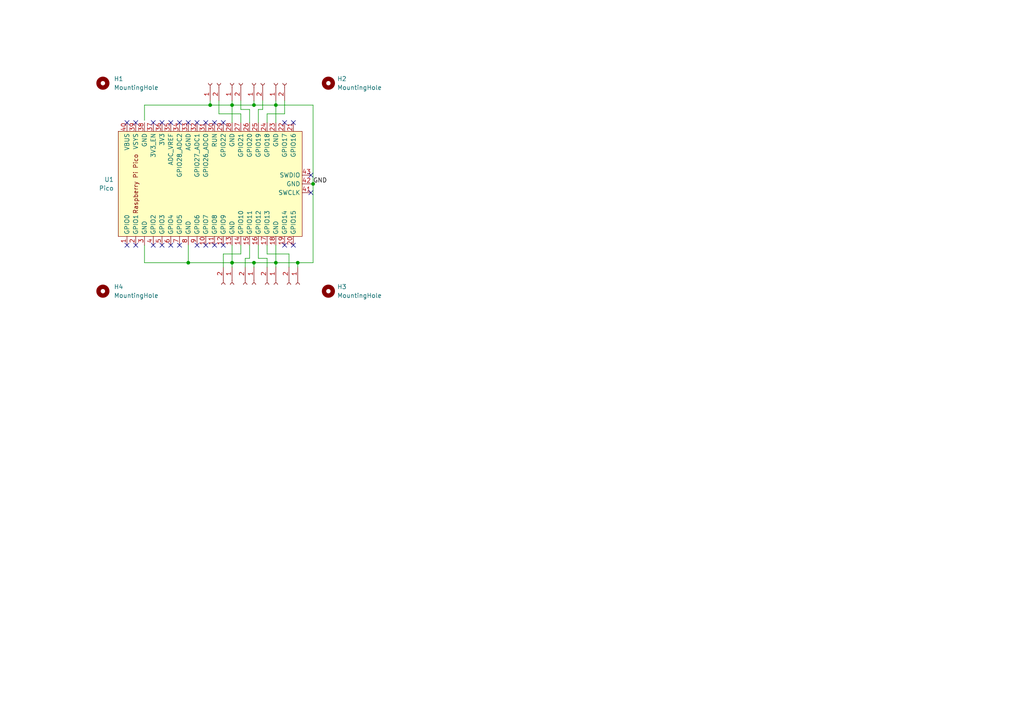
<source format=kicad_sch>
(kicad_sch (version 20230121) (generator eeschema)
  (paper "A4")
  (lib_symbols
    (symbol "Connector:Conn_01x02_Socket" (pin_names (offset 1.016) hide)
      (property "Reference" "J" (at 0 2.54 0))
      (property "Value" "Conn_01x02_Socket" (at 0 -5.08 0))
      (symbol "Conn_01x02_Socket_1_1"
        (arc (start 0 -2.032) (mid -0.5058 -2.54) (end 0 -3.048) (stroke (width 0.1524)))
        (polyline (pts (xy -1.27 -2.54) (xy -0.508 -2.54)) (stroke (width 0.1524)))
        (polyline (pts (xy -1.27 0) (xy -0.508 0)) (stroke (width 0.1524)))
        (arc (start 0 0.508) (mid -0.5058 0) (end 0 -0.508) (stroke (width 0.1524)))
        (pin passive line (at -5.08 0 0) (length 3.81) (name "Pin_1") (number "1"))
        (pin passive line (at -5.08 -2.54 0) (length 3.81) (name "Pin_2") (number "2"))
      )
    )
    (symbol "MCU_RaspberryPi_and_Boards:Pico"
      (property "Reference" "U" (at -13.97 27.94 0))
      (property "Value" "Pico" (at 0 19.05 0))
      (symbol "Pico_0_0"
        (text "Raspberry Pi Pico" (at 0 21.59 0) (effects (font (size 1.27 1.27))))
      )
      (symbol "Pico_0_1"
        (rectangle (start -15.24 26.67) (end 15.24 -26.67) (fill (type background)))
      )
      (symbol "Pico_1_1"
        (pin bidirectional line (at -17.78 24.13 0) (length 2.54) (name "GPIO0") (number "1"))
        (pin bidirectional line (at -17.78 1.27 0) (length 2.54) (name "GPIO7") (number "10"))
        (pin bidirectional line (at -17.78 -1.27 0) (length 2.54) (name "GPIO8") (number "11"))
        (pin bidirectional line (at -17.78 -3.81 0) (length 2.54) (name "GPIO9") (number "12"))
        (pin power_in line (at -17.78 -6.35 0) (length 2.54) (name "GND") (number "13"))
        (pin bidirectional line (at -17.78 -8.89 0) (length 2.54) (name "GPIO10") (number "14"))
        (pin bidirectional line (at -17.78 -11.43 0) (length 2.54) (name "GPIO11") (number "15"))
        (pin bidirectional line (at -17.78 -13.97 0) (length 2.54) (name "GPIO12") (number "16"))
        (pin bidirectional line (at -17.78 -16.51 0) (length 2.54) (name "GPIO13") (number "17"))
        (pin power_in line (at -17.78 -19.05 0) (length 2.54) (name "GND") (number "18"))
        (pin bidirectional line (at -17.78 -21.59 0) (length 2.54) (name "GPIO14") (number "19"))
        (pin bidirectional line (at -17.78 21.59 0) (length 2.54) (name "GPIO1") (number "2"))
        (pin bidirectional line (at -17.78 -24.13 0) (length 2.54) (name "GPIO15") (number "20"))
        (pin bidirectional line (at 17.78 -24.13 180) (length 2.54) (name "GPIO16") (number "21"))
        (pin bidirectional line (at 17.78 -21.59 180) (length 2.54) (name "GPIO17") (number "22"))
        (pin power_in line (at 17.78 -19.05 180) (length 2.54) (name "GND") (number "23"))
        (pin bidirectional line (at 17.78 -16.51 180) (length 2.54) (name "GPIO18") (number "24"))
        (pin bidirectional line (at 17.78 -13.97 180) (length 2.54) (name "GPIO19") (number "25"))
        (pin bidirectional line (at 17.78 -11.43 180) (length 2.54) (name "GPIO20") (number "26"))
        (pin bidirectional line (at 17.78 -8.89 180) (length 2.54) (name "GPIO21") (number "27"))
        (pin power_in line (at 17.78 -6.35 180) (length 2.54) (name "GND") (number "28"))
        (pin bidirectional line (at 17.78 -3.81 180) (length 2.54) (name "GPIO22") (number "29"))
        (pin power_in line (at -17.78 19.05 0) (length 2.54) (name "GND") (number "3"))
        (pin input line (at 17.78 -1.27 180) (length 2.54) (name "RUN") (number "30"))
        (pin bidirectional line (at 17.78 1.27 180) (length 2.54) (name "GPIO26_ADC0") (number "31"))
        (pin bidirectional line (at 17.78 3.81 180) (length 2.54) (name "GPIO27_ADC1") (number "32"))
        (pin power_in line (at 17.78 6.35 180) (length 2.54) (name "AGND") (number "33"))
        (pin bidirectional line (at 17.78 8.89 180) (length 2.54) (name "GPIO28_ADC2") (number "34"))
        (pin power_in line (at 17.78 11.43 180) (length 2.54) (name "ADC_VREF") (number "35"))
        (pin power_in line (at 17.78 13.97 180) (length 2.54) (name "3V3") (number "36"))
        (pin input line (at 17.78 16.51 180) (length 2.54) (name "3V3_EN") (number "37"))
        (pin bidirectional line (at 17.78 19.05 180) (length 2.54) (name "GND") (number "38"))
        (pin power_in line (at 17.78 21.59 180) (length 2.54) (name "VSYS") (number "39"))
        (pin bidirectional line (at -17.78 16.51 0) (length 2.54) (name "GPIO2") (number "4"))
        (pin power_in line (at 17.78 24.13 180) (length 2.54) (name "VBUS") (number "40"))
        (pin input line (at -2.54 -29.21 90) (length 2.54) (name "SWCLK") (number "41"))
        (pin power_in line (at 0 -29.21 90) (length 2.54) (name "GND") (number "42"))
        (pin bidirectional line (at 2.54 -29.21 90) (length 2.54) (name "SWDIO") (number "43"))
        (pin bidirectional line (at -17.78 13.97 0) (length 2.54) (name "GPIO3") (number "5"))
        (pin bidirectional line (at -17.78 11.43 0) (length 2.54) (name "GPIO4") (number "6"))
        (pin bidirectional line (at -17.78 8.89 0) (length 2.54) (name "GPIO5") (number "7"))
        (pin power_in line (at -17.78 6.35 0) (length 2.54) (name "GND") (number "8"))
        (pin bidirectional line (at -17.78 3.81 0) (length 2.54) (name "GPIO6") (number "9"))
      )
    )
    (symbol "Mechanical:MountingHole" (pin_names (offset 1.016))
      (property "Reference" "H" (at 0 5.08 0))
      (property "Value" "MountingHole" (at 0 3.175 0))
      (symbol "MountingHole_0_1"
        (circle (center 0 0) (radius 1.27) (stroke (width 1.27)))
      )
    )
  )
  (junction (at 80.01 30.48))
  (junction (at 67.31 76.2))
  (junction (at 80.01 76.2))
  (junction (at 54.61 76.2))
  (junction (at 73.66 76.2))
  (junction (at 67.31 30.48))
  (junction (at 60.96 30.48))
  (junction (at 73.66 30.48))
  (junction (at 86.36 76.2))
  (junction (at 90.805 53.34))
  (no_connect (at 90.17 50.8))
  (no_connect (at 39.37 71.12))
  (no_connect (at 52.07 71.12))
  (no_connect (at 57.15 71.12))
  (no_connect (at 57.15 35.56))
  (no_connect (at 62.23 35.56))
  (no_connect (at 59.69 35.56))
  (no_connect (at 54.61 35.56))
  (no_connect (at 49.53 71.12))
  (no_connect (at 39.37 35.56))
  (no_connect (at 82.55 71.12))
  (no_connect (at 85.09 71.12))
  (no_connect (at 82.55 35.56))
  (no_connect (at 85.09 35.56))
  (no_connect (at 46.99 71.12))
  (no_connect (at 64.77 71.12))
  (no_connect (at 49.53 35.56))
  (no_connect (at 44.45 71.12))
  (no_connect (at 44.45 35.56))
  (no_connect (at 62.23 71.12))
  (no_connect (at 59.69 71.12))
  (no_connect (at 52.07 35.56))
  (no_connect (at 64.77 35.56))
  (no_connect (at 36.83 35.56))
  (no_connect (at 90.17 55.88))
  (no_connect (at 46.99 35.56))
  (no_connect (at 36.83 71.12))
  (wire (pts (xy 67.31 30.48) (xy 60.96 30.48)))
  (wire (pts (xy 80.01 76.2) (xy 86.36 76.2)))
  (wire (pts (xy 73.66 76.2) (xy 73.66 77.47)))
  (wire (pts (xy 41.91 76.2) (xy 54.61 76.2)))
  (wire (pts (xy 72.39 31.75) (xy 72.39 35.56)))
  (wire (pts (xy 90.805 30.48) (xy 90.805 53.34)))
  (wire (pts (xy 71.12 74.93) (xy 72.39 74.93)))
  (wire (pts (xy 69.85 33.02) (xy 63.5 33.02)))
  (wire (pts (xy 67.31 76.2) (xy 54.61 76.2)))
  (wire (pts (xy 54.61 71.12) (xy 54.61 76.2)))
  (wire (pts (xy 60.96 30.48) (xy 60.96 29.21)))
  (wire (pts (xy 69.85 31.75) (xy 72.39 31.75)))
  (wire (pts (xy 69.85 35.56) (xy 69.85 33.02)))
  (wire (pts (xy 67.31 76.2) (xy 73.66 76.2)))
  (wire (pts (xy 76.2 31.75) (xy 74.93 31.75)))
  (wire (pts (xy 41.91 30.48) (xy 60.96 30.48)))
  (wire (pts (xy 73.66 76.2) (xy 80.01 76.2)))
  (wire (pts (xy 64.77 73.66) (xy 64.77 77.47)))
  (wire (pts (xy 67.31 77.47) (xy 67.31 76.2)))
  (wire (pts (xy 77.47 71.12) (xy 77.47 73.66)))
  (wire (pts (xy 80.01 29.21) (xy 80.01 30.48)))
  (wire (pts (xy 83.82 73.66) (xy 83.82 77.47)))
  (wire (pts (xy 67.31 71.12) (xy 67.31 76.2)))
  (wire (pts (xy 86.36 76.2) (xy 86.36 77.47)))
  (wire (pts (xy 67.31 35.56) (xy 67.31 30.48)))
  (wire (pts (xy 77.47 33.02) (xy 82.55 33.02)))
  (wire (pts (xy 90.17 53.34) (xy 90.805 53.34)))
  (wire (pts (xy 74.93 31.75) (xy 74.93 35.56)))
  (wire (pts (xy 77.47 74.93) (xy 74.93 74.93)))
  (wire (pts (xy 80.01 35.56) (xy 80.01 30.48)))
  (wire (pts (xy 80.01 71.12) (xy 80.01 76.2)))
  (wire (pts (xy 72.39 74.93) (xy 72.39 71.12)))
  (wire (pts (xy 73.66 30.48) (xy 67.31 30.48)))
  (wire (pts (xy 77.47 77.47) (xy 77.47 74.93)))
  (wire (pts (xy 73.66 30.48) (xy 80.01 30.48)))
  (wire (pts (xy 80.01 30.48) (xy 90.805 30.48)))
  (wire (pts (xy 69.85 71.12) (xy 69.85 73.66)))
  (wire (pts (xy 63.5 33.02) (xy 63.5 29.21)))
  (wire (pts (xy 80.01 76.2) (xy 80.01 77.47)))
  (wire (pts (xy 69.85 73.66) (xy 64.77 73.66)))
  (wire (pts (xy 77.47 73.66) (xy 83.82 73.66)))
  (wire (pts (xy 76.2 29.21) (xy 76.2 31.75)))
  (wire (pts (xy 41.91 71.12) (xy 41.91 76.2)))
  (wire (pts (xy 82.55 33.02) (xy 82.55 29.21)))
  (wire (pts (xy 71.12 77.47) (xy 71.12 74.93)))
  (wire (pts (xy 90.805 53.34) (xy 90.805 76.2)))
  (wire (pts (xy 67.31 30.48) (xy 67.31 29.21)))
  (wire (pts (xy 73.66 30.48) (xy 73.66 29.21)))
  (wire (pts (xy 90.805 76.2) (xy 86.36 76.2)))
  (wire (pts (xy 69.85 29.21) (xy 69.85 31.75)))
  (wire (pts (xy 41.91 34.925) (xy 41.91 30.48)))
  (wire (pts (xy 74.93 74.93) (xy 74.93 71.12)))
  (wire (pts (xy 77.47 35.56) (xy 77.47 33.02)))
  (label "GND" (at 90.805 53.34 0))
  (symbol (lib_id "Connector:Conn_01x02_Socket") (at 80.01 82.55 270) (unit 1)
    (property "Reference" "J3" (effects hide))
    (property "Value" "Conn_01x02_Socket" (effects hide))
    (property "Footprint" "Connector_JST:JST_PH_S2B-PH-K_1x02_P2.00mm_Horizontal" (effects hide))
  )
  (symbol (lib_id "Mechanical:MountingHole") (at 29.845 84.455 0) (unit 1)
    (property "Reference" "H4" (at 33.02 83.185 0) (effects (justify left)))
    (property "Value" "MountingHole" (at 33.02 85.725 0) (effects (justify left)))
    (property "Footprint" "MountingHole:MountingHole_2.7mm_M2.5_DIN965" (effects hide))
  )
  (symbol (lib_id "Connector:Conn_01x02_Socket") (at 86.36 82.55 270) (unit 1)
    (property "Reference" "J4" (effects hide))
    (property "Value" "Conn_01x02_Socket" (effects hide))
    (property "Footprint" "Connector_JST:JST_PH_S2B-PH-K_1x02_P2.00mm_Horizontal" (effects hide))
  )
  (symbol (lib_id "Mechanical:MountingHole") (at 95.25 24.13 0) (unit 1)
    (property "Reference" "H2" (at 97.79 22.86 0) (effects (justify left)))
    (property "Value" "MountingHole" (at 97.79 25.4 0) (effects (justify left)))
    (property "Footprint" "MountingHole:MountingHole_2.7mm_M2.5_DIN965" (effects hide))
  )
  (symbol (lib_id "Mechanical:MountingHole") (at 29.845 24.13 0) (unit 1)
    (property "Reference" "H1" (at 33.02 22.86 0) (effects (justify left)))
    (property "Value" "MountingHole" (at 33.02 25.4 0) (effects (justify left)))
    (property "Footprint" "MountingHole:MountingHole_2.7mm_M2.5_DIN965" (effects hide))
  )
  (symbol (lib_id "MCU_RaspberryPi_and_Boards:Pico") (at 60.96 53.34 90) (unit 1)
    (property "Reference" "U1" (at 33.02 52.07 90) (effects (justify left)))
    (property "Value" "Pico" (at 33.02 54.61 90) (effects (justify left)))
    (property "Footprint" "MCU_RaspberryPi_and_Boards:RPi_Pico_SMD_TH" (effects hide))
    (property "Datasheet" "https://datasheets.raspberrypi.com/pico/pico-datasheet.pdf" (effects hide))
  )
  (symbol (lib_id "Connector:Conn_01x02_Socket") (at 73.66 82.55 270) (unit 1)
    (property "Reference" "J2" (effects hide))
    (property "Value" "Conn_01x02_Socket" (effects hide))
    (property "Footprint" "Connector_JST:JST_PH_S2B-PH-K_1x02_P2.00mm_Horizontal" (effects hide))
  )
  (symbol (lib_id "Connector:Conn_01x02_Socket") (at 80.01 24.13 90) (unit 1)
    (property "Reference" "J5" (effects hide))
    (property "Value" "Conn_01x02_Socket" (effects hide))
    (property "Footprint" "Connector_JST:JST_PH_S2B-PH-K_1x02_P2.00mm_Horizontal" (effects hide))
  )
  (symbol (lib_id "Connector:Conn_01x02_Socket") (at 67.31 24.13 90) (unit 1)
    (property "Reference" "J7" (effects hide))
    (property "Value" "Conn_01x02_Socket" (effects hide))
    (property "Footprint" "Connector_JST:JST_PH_S2B-PH-K_1x02_P2.00mm_Horizontal" (effects hide))
  )
  (symbol (lib_id "Connector:Conn_01x02_Socket") (at 67.31 82.55 270) (unit 1)
    (property "Reference" "J1" (effects hide))
    (property "Value" "Conn_01x02_Socket" (effects hide))
    (property "Footprint" "Connector_JST:JST_PH_S2B-PH-K_1x02_P2.00mm_Horizontal" (effects hide))
  )
  (symbol (lib_id "Mechanical:MountingHole") (at 95.25 84.455 0) (unit 1)
    (property "Reference" "H3" (at 97.79 83.185 0) (effects (justify left)))
    (property "Value" "MountingHole" (at 97.79 85.725 0) (effects (justify left)))
    (property "Footprint" "MountingHole:MountingHole_2.7mm_M2.5_DIN965" (effects hide))
  )
  (symbol (lib_id "Connector:Conn_01x02_Socket") (at 73.66 24.13 90) (unit 1)
    (property "Reference" "J6" (effects hide))
    (property "Value" "Conn_01x02_Socket" (effects hide))
    (property "Footprint" "Connector_JST:JST_PH_S2B-PH-K_1x02_P2.00mm_Horizontal" (effects hide))
  )
  (symbol (lib_id "Connector:Conn_01x02_Socket") (at 60.96 24.13 90) (unit 1)
    (property "Reference" "J8" (effects hide))
    (property "Value" "Conn_01x02_Socket" (effects hide))
    (property "Footprint" "Connector_JST:JST_PH_S2B-PH-K_1x02_P2.00mm_Horizontal" (effects hide))
  )
)
</source>
